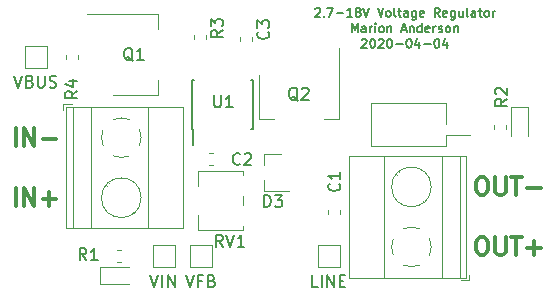
<source format=gbr>
G04 #@! TF.GenerationSoftware,KiCad,Pcbnew,5.0.2+dfsg1-1*
G04 #@! TF.CreationDate,2020-04-05T00:56:48-04:00*
G04 #@! TF.ProjectId,vreg-741,76726567-2d37-4343-912e-6b696361645f,rev?*
G04 #@! TF.SameCoordinates,Original*
G04 #@! TF.FileFunction,Legend,Top*
G04 #@! TF.FilePolarity,Positive*
%FSLAX46Y46*%
G04 Gerber Fmt 4.6, Leading zero omitted, Abs format (unit mm)*
G04 Created by KiCad (PCBNEW 5.0.2+dfsg1-1) date Sun 05 Apr 2020 12:56:48 AM EDT*
%MOMM*%
%LPD*%
G01*
G04 APERTURE LIST*
%ADD10C,0.187500*%
%ADD11C,0.300000*%
%ADD12C,0.120000*%
%ADD13C,0.150000*%
G04 APERTURE END LIST*
D10*
X191546714Y-67055214D02*
X191582428Y-67019500D01*
X191653857Y-66983785D01*
X191832428Y-66983785D01*
X191903857Y-67019500D01*
X191939571Y-67055214D01*
X191975285Y-67126642D01*
X191975285Y-67198071D01*
X191939571Y-67305214D01*
X191511000Y-67733785D01*
X191975285Y-67733785D01*
X192296714Y-67662357D02*
X192332428Y-67698071D01*
X192296714Y-67733785D01*
X192261000Y-67698071D01*
X192296714Y-67662357D01*
X192296714Y-67733785D01*
X192582428Y-66983785D02*
X193082428Y-66983785D01*
X192761000Y-67733785D01*
X193368142Y-67448071D02*
X193939571Y-67448071D01*
X194689571Y-67733785D02*
X194261000Y-67733785D01*
X194475285Y-67733785D02*
X194475285Y-66983785D01*
X194403857Y-67090928D01*
X194332428Y-67162357D01*
X194261000Y-67198071D01*
X195118142Y-67305214D02*
X195046714Y-67269500D01*
X195011000Y-67233785D01*
X194975285Y-67162357D01*
X194975285Y-67126642D01*
X195011000Y-67055214D01*
X195046714Y-67019500D01*
X195118142Y-66983785D01*
X195261000Y-66983785D01*
X195332428Y-67019500D01*
X195368142Y-67055214D01*
X195403857Y-67126642D01*
X195403857Y-67162357D01*
X195368142Y-67233785D01*
X195332428Y-67269500D01*
X195261000Y-67305214D01*
X195118142Y-67305214D01*
X195046714Y-67340928D01*
X195011000Y-67376642D01*
X194975285Y-67448071D01*
X194975285Y-67590928D01*
X195011000Y-67662357D01*
X195046714Y-67698071D01*
X195118142Y-67733785D01*
X195261000Y-67733785D01*
X195332428Y-67698071D01*
X195368142Y-67662357D01*
X195403857Y-67590928D01*
X195403857Y-67448071D01*
X195368142Y-67376642D01*
X195332428Y-67340928D01*
X195261000Y-67305214D01*
X195618142Y-66983785D02*
X195868142Y-67733785D01*
X196118142Y-66983785D01*
X196832428Y-66983785D02*
X197082428Y-67733785D01*
X197332428Y-66983785D01*
X197689571Y-67733785D02*
X197618142Y-67698071D01*
X197582428Y-67662357D01*
X197546714Y-67590928D01*
X197546714Y-67376642D01*
X197582428Y-67305214D01*
X197618142Y-67269500D01*
X197689571Y-67233785D01*
X197796714Y-67233785D01*
X197868142Y-67269500D01*
X197903857Y-67305214D01*
X197939571Y-67376642D01*
X197939571Y-67590928D01*
X197903857Y-67662357D01*
X197868142Y-67698071D01*
X197796714Y-67733785D01*
X197689571Y-67733785D01*
X198368142Y-67733785D02*
X198296714Y-67698071D01*
X198261000Y-67626642D01*
X198261000Y-66983785D01*
X198546714Y-67233785D02*
X198832428Y-67233785D01*
X198653857Y-66983785D02*
X198653857Y-67626642D01*
X198689571Y-67698071D01*
X198761000Y-67733785D01*
X198832428Y-67733785D01*
X199403857Y-67733785D02*
X199403857Y-67340928D01*
X199368142Y-67269500D01*
X199296714Y-67233785D01*
X199153857Y-67233785D01*
X199082428Y-67269500D01*
X199403857Y-67698071D02*
X199332428Y-67733785D01*
X199153857Y-67733785D01*
X199082428Y-67698071D01*
X199046714Y-67626642D01*
X199046714Y-67555214D01*
X199082428Y-67483785D01*
X199153857Y-67448071D01*
X199332428Y-67448071D01*
X199403857Y-67412357D01*
X200082428Y-67233785D02*
X200082428Y-67840928D01*
X200046714Y-67912357D01*
X200011000Y-67948071D01*
X199939571Y-67983785D01*
X199832428Y-67983785D01*
X199761000Y-67948071D01*
X200082428Y-67698071D02*
X200011000Y-67733785D01*
X199868142Y-67733785D01*
X199796714Y-67698071D01*
X199761000Y-67662357D01*
X199725285Y-67590928D01*
X199725285Y-67376642D01*
X199761000Y-67305214D01*
X199796714Y-67269500D01*
X199868142Y-67233785D01*
X200011000Y-67233785D01*
X200082428Y-67269500D01*
X200725285Y-67698071D02*
X200653857Y-67733785D01*
X200511000Y-67733785D01*
X200439571Y-67698071D01*
X200403857Y-67626642D01*
X200403857Y-67340928D01*
X200439571Y-67269500D01*
X200511000Y-67233785D01*
X200653857Y-67233785D01*
X200725285Y-67269500D01*
X200761000Y-67340928D01*
X200761000Y-67412357D01*
X200403857Y-67483785D01*
X202082428Y-67733785D02*
X201832428Y-67376642D01*
X201653857Y-67733785D02*
X201653857Y-66983785D01*
X201939571Y-66983785D01*
X202011000Y-67019500D01*
X202046714Y-67055214D01*
X202082428Y-67126642D01*
X202082428Y-67233785D01*
X202046714Y-67305214D01*
X202011000Y-67340928D01*
X201939571Y-67376642D01*
X201653857Y-67376642D01*
X202689571Y-67698071D02*
X202618142Y-67733785D01*
X202475285Y-67733785D01*
X202403857Y-67698071D01*
X202368142Y-67626642D01*
X202368142Y-67340928D01*
X202403857Y-67269500D01*
X202475285Y-67233785D01*
X202618142Y-67233785D01*
X202689571Y-67269500D01*
X202725285Y-67340928D01*
X202725285Y-67412357D01*
X202368142Y-67483785D01*
X203368142Y-67233785D02*
X203368142Y-67840928D01*
X203332428Y-67912357D01*
X203296714Y-67948071D01*
X203225285Y-67983785D01*
X203118142Y-67983785D01*
X203046714Y-67948071D01*
X203368142Y-67698071D02*
X203296714Y-67733785D01*
X203153857Y-67733785D01*
X203082428Y-67698071D01*
X203046714Y-67662357D01*
X203011000Y-67590928D01*
X203011000Y-67376642D01*
X203046714Y-67305214D01*
X203082428Y-67269500D01*
X203153857Y-67233785D01*
X203296714Y-67233785D01*
X203368142Y-67269500D01*
X204046714Y-67233785D02*
X204046714Y-67733785D01*
X203725285Y-67233785D02*
X203725285Y-67626642D01*
X203761000Y-67698071D01*
X203832428Y-67733785D01*
X203939571Y-67733785D01*
X204011000Y-67698071D01*
X204046714Y-67662357D01*
X204511000Y-67733785D02*
X204439571Y-67698071D01*
X204403857Y-67626642D01*
X204403857Y-66983785D01*
X205118142Y-67733785D02*
X205118142Y-67340928D01*
X205082428Y-67269500D01*
X205011000Y-67233785D01*
X204868142Y-67233785D01*
X204796714Y-67269500D01*
X205118142Y-67698071D02*
X205046714Y-67733785D01*
X204868142Y-67733785D01*
X204796714Y-67698071D01*
X204761000Y-67626642D01*
X204761000Y-67555214D01*
X204796714Y-67483785D01*
X204868142Y-67448071D01*
X205046714Y-67448071D01*
X205118142Y-67412357D01*
X205368142Y-67233785D02*
X205653857Y-67233785D01*
X205475285Y-66983785D02*
X205475285Y-67626642D01*
X205511000Y-67698071D01*
X205582428Y-67733785D01*
X205653857Y-67733785D01*
X206011000Y-67733785D02*
X205939571Y-67698071D01*
X205903857Y-67662357D01*
X205868142Y-67590928D01*
X205868142Y-67376642D01*
X205903857Y-67305214D01*
X205939571Y-67269500D01*
X206011000Y-67233785D01*
X206118142Y-67233785D01*
X206189571Y-67269500D01*
X206225285Y-67305214D01*
X206261000Y-67376642D01*
X206261000Y-67590928D01*
X206225285Y-67662357D01*
X206189571Y-67698071D01*
X206118142Y-67733785D01*
X206011000Y-67733785D01*
X206582428Y-67733785D02*
X206582428Y-67233785D01*
X206582428Y-67376642D02*
X206618142Y-67305214D01*
X206653857Y-67269500D01*
X206725285Y-67233785D01*
X206796714Y-67233785D01*
X194636000Y-69046285D02*
X194636000Y-68296285D01*
X194886000Y-68832000D01*
X195136000Y-68296285D01*
X195136000Y-69046285D01*
X195814571Y-69046285D02*
X195814571Y-68653428D01*
X195778857Y-68582000D01*
X195707428Y-68546285D01*
X195564571Y-68546285D01*
X195493142Y-68582000D01*
X195814571Y-69010571D02*
X195743142Y-69046285D01*
X195564571Y-69046285D01*
X195493142Y-69010571D01*
X195457428Y-68939142D01*
X195457428Y-68867714D01*
X195493142Y-68796285D01*
X195564571Y-68760571D01*
X195743142Y-68760571D01*
X195814571Y-68724857D01*
X196171714Y-69046285D02*
X196171714Y-68546285D01*
X196171714Y-68689142D02*
X196207428Y-68617714D01*
X196243142Y-68582000D01*
X196314571Y-68546285D01*
X196386000Y-68546285D01*
X196636000Y-69046285D02*
X196636000Y-68546285D01*
X196636000Y-68296285D02*
X196600285Y-68332000D01*
X196636000Y-68367714D01*
X196671714Y-68332000D01*
X196636000Y-68296285D01*
X196636000Y-68367714D01*
X197100285Y-69046285D02*
X197028857Y-69010571D01*
X196993142Y-68974857D01*
X196957428Y-68903428D01*
X196957428Y-68689142D01*
X196993142Y-68617714D01*
X197028857Y-68582000D01*
X197100285Y-68546285D01*
X197207428Y-68546285D01*
X197278857Y-68582000D01*
X197314571Y-68617714D01*
X197350285Y-68689142D01*
X197350285Y-68903428D01*
X197314571Y-68974857D01*
X197278857Y-69010571D01*
X197207428Y-69046285D01*
X197100285Y-69046285D01*
X197671714Y-68546285D02*
X197671714Y-69046285D01*
X197671714Y-68617714D02*
X197707428Y-68582000D01*
X197778857Y-68546285D01*
X197886000Y-68546285D01*
X197957428Y-68582000D01*
X197993142Y-68653428D01*
X197993142Y-69046285D01*
X198886000Y-68832000D02*
X199243142Y-68832000D01*
X198814571Y-69046285D02*
X199064571Y-68296285D01*
X199314571Y-69046285D01*
X199564571Y-68546285D02*
X199564571Y-69046285D01*
X199564571Y-68617714D02*
X199600285Y-68582000D01*
X199671714Y-68546285D01*
X199778857Y-68546285D01*
X199850285Y-68582000D01*
X199886000Y-68653428D01*
X199886000Y-69046285D01*
X200564571Y-69046285D02*
X200564571Y-68296285D01*
X200564571Y-69010571D02*
X200493142Y-69046285D01*
X200350285Y-69046285D01*
X200278857Y-69010571D01*
X200243142Y-68974857D01*
X200207428Y-68903428D01*
X200207428Y-68689142D01*
X200243142Y-68617714D01*
X200278857Y-68582000D01*
X200350285Y-68546285D01*
X200493142Y-68546285D01*
X200564571Y-68582000D01*
X201207428Y-69010571D02*
X201136000Y-69046285D01*
X200993142Y-69046285D01*
X200921714Y-69010571D01*
X200886000Y-68939142D01*
X200886000Y-68653428D01*
X200921714Y-68582000D01*
X200993142Y-68546285D01*
X201136000Y-68546285D01*
X201207428Y-68582000D01*
X201243142Y-68653428D01*
X201243142Y-68724857D01*
X200886000Y-68796285D01*
X201564571Y-69046285D02*
X201564571Y-68546285D01*
X201564571Y-68689142D02*
X201600285Y-68617714D01*
X201636000Y-68582000D01*
X201707428Y-68546285D01*
X201778857Y-68546285D01*
X201993142Y-69010571D02*
X202064571Y-69046285D01*
X202207428Y-69046285D01*
X202278857Y-69010571D01*
X202314571Y-68939142D01*
X202314571Y-68903428D01*
X202278857Y-68832000D01*
X202207428Y-68796285D01*
X202100285Y-68796285D01*
X202028857Y-68760571D01*
X201993142Y-68689142D01*
X201993142Y-68653428D01*
X202028857Y-68582000D01*
X202100285Y-68546285D01*
X202207428Y-68546285D01*
X202278857Y-68582000D01*
X202743142Y-69046285D02*
X202671714Y-69010571D01*
X202636000Y-68974857D01*
X202600285Y-68903428D01*
X202600285Y-68689142D01*
X202636000Y-68617714D01*
X202671714Y-68582000D01*
X202743142Y-68546285D01*
X202850285Y-68546285D01*
X202921714Y-68582000D01*
X202957428Y-68617714D01*
X202993142Y-68689142D01*
X202993142Y-68903428D01*
X202957428Y-68974857D01*
X202921714Y-69010571D01*
X202850285Y-69046285D01*
X202743142Y-69046285D01*
X203314571Y-68546285D02*
X203314571Y-69046285D01*
X203314571Y-68617714D02*
X203350285Y-68582000D01*
X203421714Y-68546285D01*
X203528857Y-68546285D01*
X203600285Y-68582000D01*
X203636000Y-68653428D01*
X203636000Y-69046285D01*
X195493142Y-69680214D02*
X195528857Y-69644500D01*
X195600285Y-69608785D01*
X195778857Y-69608785D01*
X195850285Y-69644500D01*
X195886000Y-69680214D01*
X195921714Y-69751642D01*
X195921714Y-69823071D01*
X195886000Y-69930214D01*
X195457428Y-70358785D01*
X195921714Y-70358785D01*
X196386000Y-69608785D02*
X196457428Y-69608785D01*
X196528857Y-69644500D01*
X196564571Y-69680214D01*
X196600285Y-69751642D01*
X196636000Y-69894500D01*
X196636000Y-70073071D01*
X196600285Y-70215928D01*
X196564571Y-70287357D01*
X196528857Y-70323071D01*
X196457428Y-70358785D01*
X196386000Y-70358785D01*
X196314571Y-70323071D01*
X196278857Y-70287357D01*
X196243142Y-70215928D01*
X196207428Y-70073071D01*
X196207428Y-69894500D01*
X196243142Y-69751642D01*
X196278857Y-69680214D01*
X196314571Y-69644500D01*
X196386000Y-69608785D01*
X196921714Y-69680214D02*
X196957428Y-69644500D01*
X197028857Y-69608785D01*
X197207428Y-69608785D01*
X197278857Y-69644500D01*
X197314571Y-69680214D01*
X197350285Y-69751642D01*
X197350285Y-69823071D01*
X197314571Y-69930214D01*
X196886000Y-70358785D01*
X197350285Y-70358785D01*
X197814571Y-69608785D02*
X197886000Y-69608785D01*
X197957428Y-69644500D01*
X197993142Y-69680214D01*
X198028857Y-69751642D01*
X198064571Y-69894500D01*
X198064571Y-70073071D01*
X198028857Y-70215928D01*
X197993142Y-70287357D01*
X197957428Y-70323071D01*
X197886000Y-70358785D01*
X197814571Y-70358785D01*
X197743142Y-70323071D01*
X197707428Y-70287357D01*
X197671714Y-70215928D01*
X197636000Y-70073071D01*
X197636000Y-69894500D01*
X197671714Y-69751642D01*
X197707428Y-69680214D01*
X197743142Y-69644500D01*
X197814571Y-69608785D01*
X198386000Y-70073071D02*
X198957428Y-70073071D01*
X199457428Y-69608785D02*
X199528857Y-69608785D01*
X199600285Y-69644500D01*
X199636000Y-69680214D01*
X199671714Y-69751642D01*
X199707428Y-69894500D01*
X199707428Y-70073071D01*
X199671714Y-70215928D01*
X199636000Y-70287357D01*
X199600285Y-70323071D01*
X199528857Y-70358785D01*
X199457428Y-70358785D01*
X199386000Y-70323071D01*
X199350285Y-70287357D01*
X199314571Y-70215928D01*
X199278857Y-70073071D01*
X199278857Y-69894500D01*
X199314571Y-69751642D01*
X199350285Y-69680214D01*
X199386000Y-69644500D01*
X199457428Y-69608785D01*
X200350285Y-69858785D02*
X200350285Y-70358785D01*
X200171714Y-69573071D02*
X199993142Y-70108785D01*
X200457428Y-70108785D01*
X200743142Y-70073071D02*
X201314571Y-70073071D01*
X201814571Y-69608785D02*
X201886000Y-69608785D01*
X201957428Y-69644500D01*
X201993142Y-69680214D01*
X202028857Y-69751642D01*
X202064571Y-69894500D01*
X202064571Y-70073071D01*
X202028857Y-70215928D01*
X201993142Y-70287357D01*
X201957428Y-70323071D01*
X201886000Y-70358785D01*
X201814571Y-70358785D01*
X201743142Y-70323071D01*
X201707428Y-70287357D01*
X201671714Y-70215928D01*
X201636000Y-70073071D01*
X201636000Y-69894500D01*
X201671714Y-69751642D01*
X201707428Y-69680214D01*
X201743142Y-69644500D01*
X201814571Y-69608785D01*
X202707428Y-69858785D02*
X202707428Y-70358785D01*
X202528857Y-69573071D02*
X202350285Y-70108785D01*
X202814571Y-70108785D01*
D11*
X205521228Y-86402171D02*
X205806942Y-86402171D01*
X205949800Y-86473600D01*
X206092657Y-86616457D01*
X206164085Y-86902171D01*
X206164085Y-87402171D01*
X206092657Y-87687885D01*
X205949800Y-87830742D01*
X205806942Y-87902171D01*
X205521228Y-87902171D01*
X205378371Y-87830742D01*
X205235514Y-87687885D01*
X205164085Y-87402171D01*
X205164085Y-86902171D01*
X205235514Y-86616457D01*
X205378371Y-86473600D01*
X205521228Y-86402171D01*
X206806942Y-86402171D02*
X206806942Y-87616457D01*
X206878371Y-87759314D01*
X206949800Y-87830742D01*
X207092657Y-87902171D01*
X207378371Y-87902171D01*
X207521228Y-87830742D01*
X207592657Y-87759314D01*
X207664085Y-87616457D01*
X207664085Y-86402171D01*
X208164085Y-86402171D02*
X209021228Y-86402171D01*
X208592657Y-87902171D02*
X208592657Y-86402171D01*
X209521228Y-87330742D02*
X210664085Y-87330742D01*
X210092657Y-87902171D02*
X210092657Y-86759314D01*
X205521228Y-81322171D02*
X205806942Y-81322171D01*
X205949800Y-81393600D01*
X206092657Y-81536457D01*
X206164085Y-81822171D01*
X206164085Y-82322171D01*
X206092657Y-82607885D01*
X205949800Y-82750742D01*
X205806942Y-82822171D01*
X205521228Y-82822171D01*
X205378371Y-82750742D01*
X205235514Y-82607885D01*
X205164085Y-82322171D01*
X205164085Y-81822171D01*
X205235514Y-81536457D01*
X205378371Y-81393600D01*
X205521228Y-81322171D01*
X206806942Y-81322171D02*
X206806942Y-82536457D01*
X206878371Y-82679314D01*
X206949800Y-82750742D01*
X207092657Y-82822171D01*
X207378371Y-82822171D01*
X207521228Y-82750742D01*
X207592657Y-82679314D01*
X207664085Y-82536457D01*
X207664085Y-81322171D01*
X208164085Y-81322171D02*
X209021228Y-81322171D01*
X208592657Y-82822171D02*
X208592657Y-81322171D01*
X209521228Y-82250742D02*
X210664085Y-82250742D01*
X166179714Y-83736571D02*
X166179714Y-82236571D01*
X166894000Y-83736571D02*
X166894000Y-82236571D01*
X167751142Y-83736571D01*
X167751142Y-82236571D01*
X168465428Y-83165142D02*
X169608285Y-83165142D01*
X169036857Y-83736571D02*
X169036857Y-82593714D01*
X166179714Y-78656571D02*
X166179714Y-77156571D01*
X166894000Y-78656571D02*
X166894000Y-77156571D01*
X167751142Y-78656571D01*
X167751142Y-77156571D01*
X168465428Y-78085142D02*
X169608285Y-78085142D01*
D12*
G04 #@! TO.C,SW1*
X202600800Y-75060400D02*
X196280800Y-75060400D01*
X204640800Y-77711400D02*
X202600800Y-77711400D01*
X202600800Y-78660400D02*
X202600800Y-77711400D01*
X202600800Y-78660400D02*
X196280800Y-78660400D01*
X196280800Y-78660400D02*
X196280800Y-76921400D01*
X202600800Y-76799400D02*
X202600800Y-75060400D01*
X196280800Y-76799400D02*
X196280800Y-75060400D01*
G04 #@! TO.C,J2*
X204594800Y-90063600D02*
X204594800Y-89563600D01*
X203854800Y-90063600D02*
X204594800Y-90063600D01*
X200717800Y-83370600D02*
X200763800Y-83417600D01*
X198419800Y-81073600D02*
X198455800Y-81108600D01*
X200933800Y-83177600D02*
X200968800Y-83212600D01*
X198625800Y-80868600D02*
X198671800Y-80915600D01*
X194433800Y-79543600D02*
X204354800Y-79543600D01*
X194433800Y-89823600D02*
X204354800Y-89823600D01*
X204354800Y-89823600D02*
X204354800Y-79543600D01*
X194433800Y-89823600D02*
X194433800Y-79543600D01*
X197393800Y-89823600D02*
X197393800Y-79543600D01*
X202294800Y-89823600D02*
X202294800Y-79543600D01*
X203794800Y-89823600D02*
X203794800Y-79543600D01*
X201374800Y-82143600D02*
G75*
G03X201374800Y-82143600I-1680000J0D01*
G01*
X201375053Y-87194795D02*
G75*
G02X201229800Y-87907600I-1680253J-28805D01*
G01*
X200377842Y-88759026D02*
G75*
G02X199010800Y-88758600I-683042J1535426D01*
G01*
X198159374Y-87906642D02*
G75*
G02X198159800Y-86539600I1535426J683042D01*
G01*
X199011758Y-85688174D02*
G75*
G02X200378800Y-85688600I683042J-1535426D01*
G01*
X201229556Y-86540282D02*
G75*
G02X201374800Y-87223600I-1534756J-683318D01*
G01*
G04 #@! TO.C,VFB*
X182814000Y-88961000D02*
X182814000Y-87061000D01*
X182814000Y-87061000D02*
X180964000Y-87061000D01*
X180964000Y-87061000D02*
X180964000Y-88911000D01*
X180964000Y-88911000D02*
X180964000Y-88961000D01*
X180964000Y-88961000D02*
X182814000Y-88961000D01*
G04 #@! TO.C,D1*
X173304360Y-90397000D02*
X175764360Y-90397000D01*
X173304360Y-88927000D02*
X173304360Y-90397000D01*
X175764360Y-88927000D02*
X173304360Y-88927000D01*
G04 #@! TO.C,D2*
X209561100Y-77864900D02*
X209561100Y-75404900D01*
X209561100Y-75404900D02*
X208091100Y-75404900D01*
X208091100Y-75404900D02*
X208091100Y-77864900D01*
G04 #@! TO.C,J1*
X173598244Y-78661318D02*
G75*
G02X173453000Y-77978000I1534756J683318D01*
G01*
X175816042Y-79513426D02*
G75*
G02X174449000Y-79513000I-683042J1535426D01*
G01*
X176668426Y-77294958D02*
G75*
G02X176668000Y-78662000I-1535426J-683042D01*
G01*
X174449958Y-76442574D02*
G75*
G02X175817000Y-76443000I683042J-1535426D01*
G01*
X173452747Y-78006805D02*
G75*
G02X173598000Y-77294000I1680253J28805D01*
G01*
X176813000Y-83058000D02*
G75*
G03X176813000Y-83058000I-1680000J0D01*
G01*
X171033000Y-75378000D02*
X171033000Y-85658000D01*
X172533000Y-75378000D02*
X172533000Y-85658000D01*
X177434000Y-75378000D02*
X177434000Y-85658000D01*
X180394000Y-75378000D02*
X180394000Y-85658000D01*
X170473000Y-75378000D02*
X170473000Y-85658000D01*
X180394000Y-75378000D02*
X170473000Y-75378000D01*
X180394000Y-85658000D02*
X170473000Y-85658000D01*
X176202000Y-84333000D02*
X176156000Y-84286000D01*
X173894000Y-82024000D02*
X173859000Y-81989000D01*
X176408000Y-84128000D02*
X176372000Y-84093000D01*
X174110000Y-81831000D02*
X174064000Y-81784000D01*
X170973000Y-75138000D02*
X170233000Y-75138000D01*
X170233000Y-75138000D02*
X170233000Y-75638000D01*
D13*
G04 #@! TO.C,U1*
X181150500Y-77212500D02*
X181200500Y-77212500D01*
X181150500Y-73062500D02*
X181295500Y-73062500D01*
X186300500Y-73062500D02*
X186155500Y-73062500D01*
X186300500Y-77212500D02*
X186155500Y-77212500D01*
X181150500Y-77212500D02*
X181150500Y-73062500D01*
X186300500Y-77212500D02*
X186300500Y-73062500D01*
X181200500Y-77212500D02*
X181200500Y-78612500D01*
D12*
G04 #@! TO.C,Q2*
X186772500Y-76395500D02*
X188032500Y-76395500D01*
X193592500Y-76395500D02*
X192332500Y-76395500D01*
X186772500Y-72635500D02*
X186772500Y-76395500D01*
X193592500Y-70385500D02*
X193592500Y-76395500D01*
G04 #@! TO.C,VIN*
X177789000Y-88950000D02*
X179639000Y-88950000D01*
X177789000Y-88900000D02*
X177789000Y-88950000D01*
X177789000Y-87050000D02*
X177789000Y-88900000D01*
X179639000Y-87050000D02*
X177789000Y-87050000D01*
X179639000Y-88950000D02*
X179639000Y-87050000D01*
G04 #@! TO.C,VBUS*
X166994000Y-72070000D02*
X168844000Y-72070000D01*
X166994000Y-72020000D02*
X166994000Y-72070000D01*
X166994000Y-70170000D02*
X166994000Y-72020000D01*
X168844000Y-70170000D02*
X166994000Y-70170000D01*
X168844000Y-72070000D02*
X168844000Y-70170000D01*
G04 #@! TO.C,LINE*
X193609000Y-88961000D02*
X193609000Y-87061000D01*
X193609000Y-87061000D02*
X191759000Y-87061000D01*
X191759000Y-87061000D02*
X191759000Y-88911000D01*
X191759000Y-88911000D02*
X191759000Y-88961000D01*
X191759000Y-88961000D02*
X193609000Y-88961000D01*
G04 #@! TO.C,D3*
X187200000Y-79319000D02*
X187200000Y-80249000D01*
X187200000Y-82479000D02*
X187200000Y-81549000D01*
X187200000Y-82479000D02*
X189360000Y-82479000D01*
X187200000Y-79319000D02*
X188660000Y-79319000D01*
G04 #@! TO.C,C1*
X193664300Y-84461167D02*
X193664300Y-84118633D01*
X192644300Y-84461167D02*
X192644300Y-84118633D01*
G04 #@! TO.C,C2*
X182924267Y-80266000D02*
X182581733Y-80266000D01*
X182924267Y-79246000D02*
X182581733Y-79246000D01*
G04 #@! TO.C,C3*
X185164000Y-69767267D02*
X185164000Y-69424733D01*
X186184000Y-69767267D02*
X186184000Y-69424733D01*
G04 #@! TO.C,R1*
X175135627Y-88519789D02*
X174793093Y-88519789D01*
X175135627Y-87499789D02*
X174793093Y-87499789D01*
G04 #@! TO.C,R2*
X207710500Y-77234867D02*
X207710500Y-76892333D01*
X206690500Y-77234867D02*
X206690500Y-76892333D01*
G04 #@! TO.C,R3*
X181267000Y-69297733D02*
X181267000Y-69640267D01*
X182287000Y-69297733D02*
X182287000Y-69640267D01*
G04 #@! TO.C,Q1*
X178224500Y-74353500D02*
X178224500Y-73093500D01*
X178224500Y-67533500D02*
X178224500Y-68793500D01*
X174464500Y-74353500D02*
X178224500Y-74353500D01*
X172214500Y-67533500D02*
X178224500Y-67533500D01*
G04 #@! TO.C,RV1*
X185410400Y-85441600D02*
X185410400Y-85821600D01*
X185410400Y-80781600D02*
X185410400Y-81161600D01*
X185410400Y-82941600D02*
X185410400Y-83661600D01*
X181670400Y-80781600D02*
X181670400Y-82061600D01*
X181670400Y-84541600D02*
X181670400Y-85821600D01*
X185410400Y-80781600D02*
X181670400Y-80781600D01*
X185410400Y-85821600D02*
X181670400Y-85821600D01*
G04 #@! TO.C,R4*
X170432000Y-71291267D02*
X170432000Y-70948733D01*
X171452000Y-71291267D02*
X171452000Y-70948733D01*
G04 #@! TO.C,VFB*
D13*
X180602095Y-89622380D02*
X180935428Y-90622380D01*
X181268761Y-89622380D01*
X181935428Y-90098571D02*
X181602095Y-90098571D01*
X181602095Y-90622380D02*
X181602095Y-89622380D01*
X182078285Y-89622380D01*
X182792571Y-90098571D02*
X182935428Y-90146190D01*
X182983047Y-90193809D01*
X183030666Y-90289047D01*
X183030666Y-90431904D01*
X182983047Y-90527142D01*
X182935428Y-90574761D01*
X182840190Y-90622380D01*
X182459238Y-90622380D01*
X182459238Y-89622380D01*
X182792571Y-89622380D01*
X182887809Y-89670000D01*
X182935428Y-89717619D01*
X182983047Y-89812857D01*
X182983047Y-89908095D01*
X182935428Y-90003333D01*
X182887809Y-90050952D01*
X182792571Y-90098571D01*
X182459238Y-90098571D01*
G04 #@! TO.C,U1*
X183007095Y-74382380D02*
X183007095Y-75191904D01*
X183054714Y-75287142D01*
X183102333Y-75334761D01*
X183197571Y-75382380D01*
X183388047Y-75382380D01*
X183483285Y-75334761D01*
X183530904Y-75287142D01*
X183578523Y-75191904D01*
X183578523Y-74382380D01*
X184578523Y-75382380D02*
X184007095Y-75382380D01*
X184292809Y-75382380D02*
X184292809Y-74382380D01*
X184197571Y-74525238D01*
X184102333Y-74620476D01*
X184007095Y-74668095D01*
G04 #@! TO.C,Q2*
X190087261Y-74842619D02*
X189992023Y-74795000D01*
X189896785Y-74699761D01*
X189753928Y-74556904D01*
X189658690Y-74509285D01*
X189563452Y-74509285D01*
X189611071Y-74747380D02*
X189515833Y-74699761D01*
X189420595Y-74604523D01*
X189372976Y-74414047D01*
X189372976Y-74080714D01*
X189420595Y-73890238D01*
X189515833Y-73795000D01*
X189611071Y-73747380D01*
X189801547Y-73747380D01*
X189896785Y-73795000D01*
X189992023Y-73890238D01*
X190039642Y-74080714D01*
X190039642Y-74414047D01*
X189992023Y-74604523D01*
X189896785Y-74699761D01*
X189801547Y-74747380D01*
X189611071Y-74747380D01*
X190420595Y-73842619D02*
X190468214Y-73795000D01*
X190563452Y-73747380D01*
X190801547Y-73747380D01*
X190896785Y-73795000D01*
X190944404Y-73842619D01*
X190992023Y-73937857D01*
X190992023Y-74033095D01*
X190944404Y-74175952D01*
X190372976Y-74747380D01*
X190992023Y-74747380D01*
G04 #@! TO.C,VIN*
X177593761Y-89611380D02*
X177927095Y-90611380D01*
X178260428Y-89611380D01*
X178593761Y-90611380D02*
X178593761Y-89611380D01*
X179069952Y-90611380D02*
X179069952Y-89611380D01*
X179641380Y-90611380D01*
X179641380Y-89611380D01*
G04 #@! TO.C,VBUS*
X166060666Y-72731380D02*
X166394000Y-73731380D01*
X166727333Y-72731380D01*
X167394000Y-73207571D02*
X167536857Y-73255190D01*
X167584476Y-73302809D01*
X167632095Y-73398047D01*
X167632095Y-73540904D01*
X167584476Y-73636142D01*
X167536857Y-73683761D01*
X167441619Y-73731380D01*
X167060666Y-73731380D01*
X167060666Y-72731380D01*
X167394000Y-72731380D01*
X167489238Y-72779000D01*
X167536857Y-72826619D01*
X167584476Y-72921857D01*
X167584476Y-73017095D01*
X167536857Y-73112333D01*
X167489238Y-73159952D01*
X167394000Y-73207571D01*
X167060666Y-73207571D01*
X168060666Y-72731380D02*
X168060666Y-73540904D01*
X168108285Y-73636142D01*
X168155904Y-73683761D01*
X168251142Y-73731380D01*
X168441619Y-73731380D01*
X168536857Y-73683761D01*
X168584476Y-73636142D01*
X168632095Y-73540904D01*
X168632095Y-72731380D01*
X169060666Y-73683761D02*
X169203523Y-73731380D01*
X169441619Y-73731380D01*
X169536857Y-73683761D01*
X169584476Y-73636142D01*
X169632095Y-73540904D01*
X169632095Y-73445666D01*
X169584476Y-73350428D01*
X169536857Y-73302809D01*
X169441619Y-73255190D01*
X169251142Y-73207571D01*
X169155904Y-73159952D01*
X169108285Y-73112333D01*
X169060666Y-73017095D01*
X169060666Y-72921857D01*
X169108285Y-72826619D01*
X169155904Y-72779000D01*
X169251142Y-72731380D01*
X169489238Y-72731380D01*
X169632095Y-72779000D01*
G04 #@! TO.C,LINE*
X191754238Y-90622380D02*
X191278047Y-90622380D01*
X191278047Y-89622380D01*
X192087571Y-90622380D02*
X192087571Y-89622380D01*
X192563761Y-90622380D02*
X192563761Y-89622380D01*
X193135190Y-90622380D01*
X193135190Y-89622380D01*
X193611380Y-90098571D02*
X193944714Y-90098571D01*
X194087571Y-90622380D02*
X193611380Y-90622380D01*
X193611380Y-89622380D01*
X194087571Y-89622380D01*
G04 #@! TO.C,D3*
X187221904Y-83827880D02*
X187221904Y-82827880D01*
X187460000Y-82827880D01*
X187602857Y-82875500D01*
X187698095Y-82970738D01*
X187745714Y-83065976D01*
X187793333Y-83256452D01*
X187793333Y-83399309D01*
X187745714Y-83589785D01*
X187698095Y-83685023D01*
X187602857Y-83780261D01*
X187460000Y-83827880D01*
X187221904Y-83827880D01*
X188126666Y-82827880D02*
X188745714Y-82827880D01*
X188412380Y-83208833D01*
X188555238Y-83208833D01*
X188650476Y-83256452D01*
X188698095Y-83304071D01*
X188745714Y-83399309D01*
X188745714Y-83637404D01*
X188698095Y-83732642D01*
X188650476Y-83780261D01*
X188555238Y-83827880D01*
X188269523Y-83827880D01*
X188174285Y-83780261D01*
X188126666Y-83732642D01*
G04 #@! TO.C,C1*
X193574942Y-81853066D02*
X193622561Y-81900685D01*
X193670180Y-82043542D01*
X193670180Y-82138780D01*
X193622561Y-82281638D01*
X193527323Y-82376876D01*
X193432085Y-82424495D01*
X193241609Y-82472114D01*
X193098752Y-82472114D01*
X192908276Y-82424495D01*
X192813038Y-82376876D01*
X192717800Y-82281638D01*
X192670180Y-82138780D01*
X192670180Y-82043542D01*
X192717800Y-81900685D01*
X192765419Y-81853066D01*
X193670180Y-80900685D02*
X193670180Y-81472114D01*
X193670180Y-81186400D02*
X192670180Y-81186400D01*
X192813038Y-81281638D01*
X192908276Y-81376876D01*
X192955895Y-81472114D01*
G04 #@! TO.C,C2*
X185189833Y-80176642D02*
X185142214Y-80224261D01*
X184999357Y-80271880D01*
X184904119Y-80271880D01*
X184761261Y-80224261D01*
X184666023Y-80129023D01*
X184618404Y-80033785D01*
X184570785Y-79843309D01*
X184570785Y-79700452D01*
X184618404Y-79509976D01*
X184666023Y-79414738D01*
X184761261Y-79319500D01*
X184904119Y-79271880D01*
X184999357Y-79271880D01*
X185142214Y-79319500D01*
X185189833Y-79367119D01*
X185570785Y-79367119D02*
X185618404Y-79319500D01*
X185713642Y-79271880D01*
X185951738Y-79271880D01*
X186046976Y-79319500D01*
X186094595Y-79367119D01*
X186142214Y-79462357D01*
X186142214Y-79557595D01*
X186094595Y-79700452D01*
X185523166Y-80271880D01*
X186142214Y-80271880D01*
G04 #@! TO.C,C3*
X187555142Y-69000666D02*
X187602761Y-69048285D01*
X187650380Y-69191142D01*
X187650380Y-69286380D01*
X187602761Y-69429238D01*
X187507523Y-69524476D01*
X187412285Y-69572095D01*
X187221809Y-69619714D01*
X187078952Y-69619714D01*
X186888476Y-69572095D01*
X186793238Y-69524476D01*
X186698000Y-69429238D01*
X186650380Y-69286380D01*
X186650380Y-69191142D01*
X186698000Y-69048285D01*
X186745619Y-69000666D01*
X186650380Y-68667333D02*
X186650380Y-68048285D01*
X187031333Y-68381619D01*
X187031333Y-68238761D01*
X187078952Y-68143523D01*
X187126571Y-68095904D01*
X187221809Y-68048285D01*
X187459904Y-68048285D01*
X187555142Y-68095904D01*
X187602761Y-68143523D01*
X187650380Y-68238761D01*
X187650380Y-68524476D01*
X187602761Y-68619714D01*
X187555142Y-68667333D01*
G04 #@! TO.C,R1*
X172172333Y-88336380D02*
X171839000Y-87860190D01*
X171600904Y-88336380D02*
X171600904Y-87336380D01*
X171981857Y-87336380D01*
X172077095Y-87384000D01*
X172124714Y-87431619D01*
X172172333Y-87526857D01*
X172172333Y-87669714D01*
X172124714Y-87764952D01*
X172077095Y-87812571D01*
X171981857Y-87860190D01*
X171600904Y-87860190D01*
X173124714Y-88336380D02*
X172553285Y-88336380D01*
X172839000Y-88336380D02*
X172839000Y-87336380D01*
X172743761Y-87479238D01*
X172648523Y-87574476D01*
X172553285Y-87622095D01*
G04 #@! TO.C,R2*
X207779880Y-74690266D02*
X207303690Y-75023600D01*
X207779880Y-75261695D02*
X206779880Y-75261695D01*
X206779880Y-74880742D01*
X206827500Y-74785504D01*
X206875119Y-74737885D01*
X206970357Y-74690266D01*
X207113214Y-74690266D01*
X207208452Y-74737885D01*
X207256071Y-74785504D01*
X207303690Y-74880742D01*
X207303690Y-75261695D01*
X206875119Y-74309314D02*
X206827500Y-74261695D01*
X206779880Y-74166457D01*
X206779880Y-73928361D01*
X206827500Y-73833123D01*
X206875119Y-73785504D01*
X206970357Y-73737885D01*
X207065595Y-73737885D01*
X207208452Y-73785504D01*
X207779880Y-74356933D01*
X207779880Y-73737885D01*
G04 #@! TO.C,R3*
X183713380Y-68873666D02*
X183237190Y-69207000D01*
X183713380Y-69445095D02*
X182713380Y-69445095D01*
X182713380Y-69064142D01*
X182761000Y-68968904D01*
X182808619Y-68921285D01*
X182903857Y-68873666D01*
X183046714Y-68873666D01*
X183141952Y-68921285D01*
X183189571Y-68968904D01*
X183237190Y-69064142D01*
X183237190Y-69445095D01*
X182713380Y-68540333D02*
X182713380Y-67921285D01*
X183094333Y-68254619D01*
X183094333Y-68111761D01*
X183141952Y-68016523D01*
X183189571Y-67968904D01*
X183284809Y-67921285D01*
X183522904Y-67921285D01*
X183618142Y-67968904D01*
X183665761Y-68016523D01*
X183713380Y-68111761D01*
X183713380Y-68397476D01*
X183665761Y-68492714D01*
X183618142Y-68540333D01*
G04 #@! TO.C,Q1*
X176117261Y-71477119D02*
X176022023Y-71429500D01*
X175926785Y-71334261D01*
X175783928Y-71191404D01*
X175688690Y-71143785D01*
X175593452Y-71143785D01*
X175641071Y-71381880D02*
X175545833Y-71334261D01*
X175450595Y-71239023D01*
X175402976Y-71048547D01*
X175402976Y-70715214D01*
X175450595Y-70524738D01*
X175545833Y-70429500D01*
X175641071Y-70381880D01*
X175831547Y-70381880D01*
X175926785Y-70429500D01*
X176022023Y-70524738D01*
X176069642Y-70715214D01*
X176069642Y-71048547D01*
X176022023Y-71239023D01*
X175926785Y-71334261D01*
X175831547Y-71381880D01*
X175641071Y-71381880D01*
X177022023Y-71381880D02*
X176450595Y-71381880D01*
X176736309Y-71381880D02*
X176736309Y-70381880D01*
X176641071Y-70524738D01*
X176545833Y-70619976D01*
X176450595Y-70667595D01*
G04 #@! TO.C,RV1*
X183745261Y-87193380D02*
X183411928Y-86717190D01*
X183173833Y-87193380D02*
X183173833Y-86193380D01*
X183554785Y-86193380D01*
X183650023Y-86241000D01*
X183697642Y-86288619D01*
X183745261Y-86383857D01*
X183745261Y-86526714D01*
X183697642Y-86621952D01*
X183650023Y-86669571D01*
X183554785Y-86717190D01*
X183173833Y-86717190D01*
X184030976Y-86193380D02*
X184364309Y-87193380D01*
X184697642Y-86193380D01*
X185554785Y-87193380D02*
X184983357Y-87193380D01*
X185269071Y-87193380D02*
X185269071Y-86193380D01*
X185173833Y-86336238D01*
X185078595Y-86431476D01*
X184983357Y-86479095D01*
G04 #@! TO.C,R4*
X171394380Y-74029866D02*
X170918190Y-74363200D01*
X171394380Y-74601295D02*
X170394380Y-74601295D01*
X170394380Y-74220342D01*
X170442000Y-74125104D01*
X170489619Y-74077485D01*
X170584857Y-74029866D01*
X170727714Y-74029866D01*
X170822952Y-74077485D01*
X170870571Y-74125104D01*
X170918190Y-74220342D01*
X170918190Y-74601295D01*
X170727714Y-73172723D02*
X171394380Y-73172723D01*
X170346761Y-73410819D02*
X171061047Y-73648914D01*
X171061047Y-73029866D01*
G04 #@! TD*
M02*

</source>
